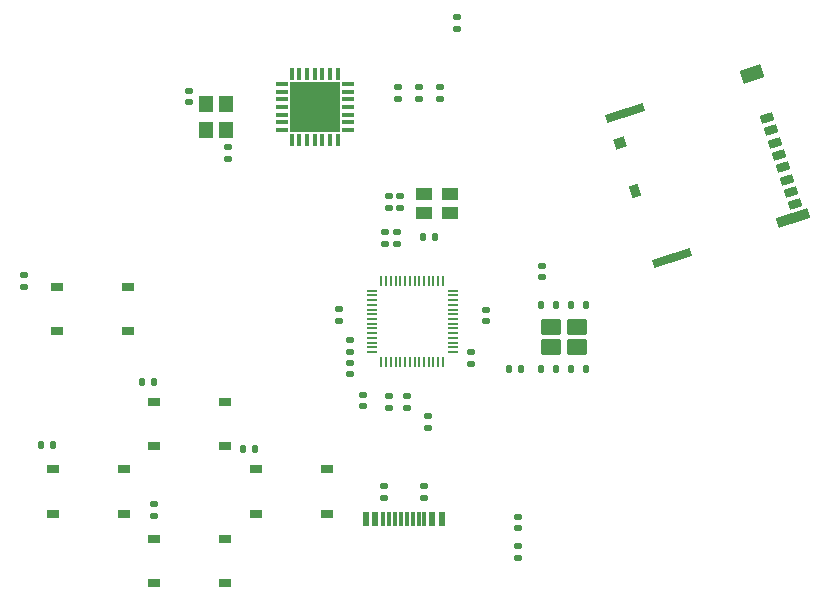
<source format=gbr>
%TF.GenerationSoftware,KiCad,Pcbnew,9.0.0*%
%TF.CreationDate,2025-05-31T20:06:25-04:00*%
%TF.ProjectId,status,73746174-7573-42e6-9b69-6361645f7063,rev?*%
%TF.SameCoordinates,Original*%
%TF.FileFunction,Paste,Top*%
%TF.FilePolarity,Positive*%
%FSLAX46Y46*%
G04 Gerber Fmt 4.6, Leading zero omitted, Abs format (unit mm)*
G04 Created by KiCad (PCBNEW 9.0.0) date 2025-05-31 20:06:25*
%MOMM*%
%LPD*%
G01*
G04 APERTURE LIST*
G04 Aperture macros list*
%AMRoundRect*
0 Rectangle with rounded corners*
0 $1 Rounding radius*
0 $2 $3 $4 $5 $6 $7 $8 $9 X,Y pos of 4 corners*
0 Add a 4 corners polygon primitive as box body*
4,1,4,$2,$3,$4,$5,$6,$7,$8,$9,$2,$3,0*
0 Add four circle primitives for the rounded corners*
1,1,$1+$1,$2,$3*
1,1,$1+$1,$4,$5*
1,1,$1+$1,$6,$7*
1,1,$1+$1,$8,$9*
0 Add four rect primitives between the rounded corners*
20,1,$1+$1,$2,$3,$4,$5,0*
20,1,$1+$1,$4,$5,$6,$7,0*
20,1,$1+$1,$6,$7,$8,$9,0*
20,1,$1+$1,$8,$9,$2,$3,0*%
%AMRotRect*
0 Rectangle, with rotation*
0 The origin of the aperture is its center*
0 $1 length*
0 $2 width*
0 $3 Rotation angle, in degrees counterclockwise*
0 Add horizontal line*
21,1,$1,$2,0,0,$3*%
G04 Aperture macros list end*
%ADD10C,0.000000*%
%ADD11RoundRect,0.250000X0.615000X-0.435000X0.615000X0.435000X-0.615000X0.435000X-0.615000X-0.435000X0*%
%ADD12RoundRect,0.125000X0.125000X-0.250000X0.125000X0.250000X-0.125000X0.250000X-0.125000X-0.250000X0*%
%ADD13RoundRect,0.140000X0.170000X-0.140000X0.170000X0.140000X-0.170000X0.140000X-0.170000X-0.140000X0*%
%ADD14RoundRect,0.135000X-0.185000X0.135000X-0.185000X-0.135000X0.185000X-0.135000X0.185000X0.135000X0*%
%ADD15RoundRect,0.135000X0.185000X-0.135000X0.185000X0.135000X-0.185000X0.135000X-0.185000X-0.135000X0*%
%ADD16RoundRect,0.135000X0.135000X0.185000X-0.135000X0.185000X-0.135000X-0.185000X0.135000X-0.185000X0*%
%ADD17RoundRect,0.140000X-0.170000X0.140000X-0.170000X-0.140000X0.170000X-0.140000X0.170000X0.140000X0*%
%ADD18RoundRect,0.147500X-0.172500X0.147500X-0.172500X-0.147500X0.172500X-0.147500X0.172500X0.147500X0*%
%ADD19RotRect,0.700000X1.100000X288.000000*%
%ADD20RotRect,0.900000X0.930000X288.000000*%
%ADD21RotRect,1.050000X0.780000X288.000000*%
%ADD22RotRect,1.140000X1.830000X288.000000*%
%ADD23RotRect,0.860000X2.800000X288.000000*%
%ADD24RotRect,0.700000X3.330000X288.000000*%
%ADD25R,1.000000X0.750000*%
%ADD26R,0.600000X1.160000*%
%ADD27R,0.300000X1.160000*%
%ADD28R,1.400000X1.100000*%
%ADD29R,1.016000X0.304800*%
%ADD30R,0.304800X1.016000*%
%ADD31R,4.191000X4.191000*%
%ADD32R,1.200000X1.400000*%
%ADD33RoundRect,0.050000X0.387500X0.050000X-0.387500X0.050000X-0.387500X-0.050000X0.387500X-0.050000X0*%
%ADD34RoundRect,0.050000X0.050000X0.387500X-0.050000X0.387500X-0.050000X-0.387500X0.050000X-0.387500X0*%
%ADD35RoundRect,0.140000X-0.140000X-0.170000X0.140000X-0.170000X0.140000X0.170000X-0.140000X0.170000X0*%
G04 APERTURE END LIST*
D10*
%TO.C,U1*%
G36*
X138081500Y-79365500D02*
G01*
X136884500Y-79365500D01*
X136884500Y-78168500D01*
X138081500Y-78168500D01*
X138081500Y-79365500D01*
G37*
G36*
X138081500Y-80762500D02*
G01*
X136884500Y-80762500D01*
X136884500Y-79565500D01*
X138081500Y-79565500D01*
X138081500Y-80762500D01*
G37*
G36*
X138081500Y-82159500D02*
G01*
X136884500Y-82159500D01*
X136884500Y-80962500D01*
X138081500Y-80962500D01*
X138081500Y-82159500D01*
G37*
G36*
X139478500Y-79365500D02*
G01*
X138281500Y-79365500D01*
X138281500Y-78168500D01*
X139478500Y-78168500D01*
X139478500Y-79365500D01*
G37*
G36*
X139478500Y-80762500D02*
G01*
X138281500Y-80762500D01*
X138281500Y-79565500D01*
X139478500Y-79565500D01*
X139478500Y-80762500D01*
G37*
G36*
X139478500Y-82159500D02*
G01*
X138281500Y-82159500D01*
X138281500Y-80962500D01*
X139478500Y-80962500D01*
X139478500Y-82159500D01*
G37*
G36*
X140875500Y-79365500D02*
G01*
X139678500Y-79365500D01*
X139678500Y-78168500D01*
X140875500Y-78168500D01*
X140875500Y-79365500D01*
G37*
G36*
X140875500Y-80762500D02*
G01*
X139678500Y-80762500D01*
X139678500Y-79565500D01*
X140875500Y-79565500D01*
X140875500Y-80762500D01*
G37*
G36*
X140875500Y-82159500D02*
G01*
X139678500Y-82159500D01*
X139678500Y-80962500D01*
X140875500Y-80962500D01*
X140875500Y-82159500D01*
G37*
%TD*%
D11*
%TO.C,U4*%
X158900449Y-100506000D03*
X161050449Y-100506000D03*
X158900449Y-98806000D03*
X161050449Y-98806000D03*
D12*
X158070449Y-102356000D03*
X159340449Y-102356000D03*
X160610449Y-102356000D03*
X161880449Y-102356000D03*
X161880449Y-96956000D03*
X160610449Y-96956000D03*
X159340449Y-96956000D03*
X158070449Y-96956000D03*
%TD*%
D13*
%TO.C,C15*%
X153339800Y-98295400D03*
X153339800Y-97335400D03*
%TD*%
%TO.C,C7*%
X152146000Y-101876800D03*
X152146000Y-100916800D03*
%TD*%
D14*
%TO.C,R13*%
X145923000Y-78486000D03*
X145923000Y-79506000D03*
%TD*%
D15*
%TO.C,R8*%
X125300000Y-114810000D03*
X125300000Y-113790000D03*
%TD*%
D16*
%TO.C,R7*%
X116710000Y-108800000D03*
X115690000Y-108800000D03*
%TD*%
D17*
%TO.C,C5*%
X147713700Y-78496000D03*
X147713700Y-79456000D03*
%TD*%
D13*
%TO.C,C12*%
X141846600Y-102775600D03*
X141846600Y-101815600D03*
%TD*%
D17*
%TO.C,C10*%
X144805400Y-90756800D03*
X144805400Y-91716800D03*
%TD*%
D15*
%TO.C,R3*%
X146125000Y-88710000D03*
X146125000Y-87690000D03*
%TD*%
D13*
%TO.C,C22*%
X131500000Y-84530000D03*
X131500000Y-83570000D03*
%TD*%
D18*
%TO.C,D1*%
X156100000Y-114840000D03*
X156100000Y-115810000D03*
%TD*%
D13*
%TO.C,C9*%
X142925800Y-105458200D03*
X142925800Y-104498200D03*
%TD*%
D17*
%TO.C,C14*%
X141833600Y-99900800D03*
X141833600Y-100860800D03*
%TD*%
D19*
%TO.C,J4*%
X177139232Y-81073265D03*
X177479151Y-82119427D03*
X177819070Y-83165589D03*
X178158989Y-84211751D03*
X178498907Y-85257914D03*
X178838826Y-86304076D03*
X179178745Y-87350238D03*
X179518663Y-88396400D03*
D20*
X164731173Y-83222772D03*
D21*
X165977801Y-87302203D03*
D22*
X175925981Y-77387801D03*
D23*
X179376872Y-89578050D03*
D24*
X165158611Y-80655010D03*
X169163471Y-92980702D03*
%TD*%
D14*
%TO.C,R14*%
X156100000Y-117340000D03*
X156100000Y-118360000D03*
%TD*%
D15*
%TO.C,R15*%
X114225000Y-95395000D03*
X114225000Y-94375000D03*
%TD*%
D16*
%TO.C,R9*%
X133810000Y-109100000D03*
X132790000Y-109100000D03*
%TD*%
D25*
%TO.C,S7*%
X116700000Y-110825000D03*
X122700000Y-110825000D03*
X116700000Y-114575000D03*
X122700000Y-114575000D03*
%TD*%
D26*
%TO.C,J6*%
X143220000Y-115030000D03*
X144020000Y-115030000D03*
D27*
X145170000Y-115030000D03*
X146170000Y-115030000D03*
X146670000Y-115030000D03*
X147670000Y-115030000D03*
D26*
X148820000Y-115030000D03*
X149620000Y-115030000D03*
X149620000Y-115030000D03*
X148820000Y-115030000D03*
D27*
X148170000Y-115030000D03*
X147170000Y-115030000D03*
X145670000Y-115030000D03*
X144670000Y-115030000D03*
D26*
X144020000Y-115030000D03*
X143220000Y-115030000D03*
%TD*%
D28*
%TO.C,X1*%
X148150400Y-89133701D03*
X150350400Y-89133701D03*
X150350400Y-87533699D03*
X148150400Y-87533699D03*
%TD*%
D17*
%TO.C,C4*%
X149504400Y-78496000D03*
X149504400Y-79456000D03*
%TD*%
D14*
%TO.C,R5*%
X145150000Y-104646000D03*
X145150000Y-105666000D03*
%TD*%
D17*
%TO.C,C18*%
X145150000Y-87720000D03*
X145150000Y-88680000D03*
%TD*%
%TO.C,C6*%
X128250000Y-78795000D03*
X128250000Y-79755000D03*
%TD*%
D25*
%TO.C,S9*%
X125300000Y-116725000D03*
X131300000Y-116725000D03*
X125300000Y-120475000D03*
X131300000Y-120475000D03*
%TD*%
D17*
%TO.C,C17*%
X158115000Y-93627000D03*
X158115000Y-94587000D03*
%TD*%
D29*
%TO.C,U1*%
X141674000Y-82114001D03*
X141674000Y-81464000D03*
X141674000Y-80813999D03*
X141674000Y-80164000D03*
X141674000Y-79514001D03*
X141674000Y-78864000D03*
X141674000Y-78214001D03*
D30*
X140830001Y-77370000D03*
X140180000Y-77370000D03*
X139530001Y-77370000D03*
X138880000Y-77370000D03*
X138230001Y-77370000D03*
X137580000Y-77370000D03*
X136930001Y-77370000D03*
D29*
X136086000Y-78213999D03*
X136086000Y-78864000D03*
X136086000Y-79513999D03*
X136086000Y-80164000D03*
X136086000Y-80813999D03*
X136086000Y-81464000D03*
X136086000Y-82113999D03*
D30*
X136929999Y-82958000D03*
X137580000Y-82958000D03*
X138229999Y-82958000D03*
X138880000Y-82958000D03*
X139529999Y-82958000D03*
X140180000Y-82958000D03*
X140829999Y-82958000D03*
D31*
X138880000Y-80164000D03*
%TD*%
D32*
%TO.C,Y1*%
X131400000Y-82075000D03*
X131400000Y-79875000D03*
X129700000Y-79875000D03*
X129700000Y-82075000D03*
%TD*%
D17*
%TO.C,C20*%
X145821400Y-90756800D03*
X145821400Y-91716800D03*
%TD*%
D14*
%TO.C,R4*%
X146685000Y-104646000D03*
X146685000Y-105666000D03*
%TD*%
D25*
%TO.C,S11*%
X117075000Y-95375000D03*
X123075000Y-95375000D03*
X117075000Y-99125000D03*
X123075000Y-99125000D03*
%TD*%
D33*
%TO.C,U2*%
X150567500Y-100902500D03*
X150567500Y-100502500D03*
X150567500Y-100102500D03*
X150567500Y-99702500D03*
X150567500Y-99302500D03*
X150567500Y-98902500D03*
X150567500Y-98502500D03*
X150567500Y-98102500D03*
X150567500Y-97702500D03*
X150567500Y-97302500D03*
X150567500Y-96902500D03*
X150567500Y-96502500D03*
X150567500Y-96102500D03*
X150567500Y-95702500D03*
D34*
X149730000Y-94865000D03*
X149330000Y-94865000D03*
X148930000Y-94865000D03*
X148530000Y-94865000D03*
X148130000Y-94865000D03*
X147730000Y-94865000D03*
X147330000Y-94865000D03*
X146930000Y-94865000D03*
X146530000Y-94865000D03*
X146130000Y-94865000D03*
X145730000Y-94865000D03*
X145330000Y-94865000D03*
X144930000Y-94865000D03*
X144530000Y-94865000D03*
D33*
X143692500Y-95702500D03*
X143692500Y-96102500D03*
X143692500Y-96502500D03*
X143692500Y-96902500D03*
X143692500Y-97302500D03*
X143692500Y-97702500D03*
X143692500Y-98102500D03*
X143692500Y-98502500D03*
X143692500Y-98902500D03*
X143692500Y-99302500D03*
X143692500Y-99702500D03*
X143692500Y-100102500D03*
X143692500Y-100502500D03*
X143692500Y-100902500D03*
D34*
X144530000Y-101740000D03*
X144930000Y-101740000D03*
X145330000Y-101740000D03*
X145730000Y-101740000D03*
X146130000Y-101740000D03*
X146530000Y-101740000D03*
X146930000Y-101740000D03*
X147330000Y-101740000D03*
X147730000Y-101740000D03*
X148130000Y-101740000D03*
X148530000Y-101740000D03*
X148930000Y-101740000D03*
X149330000Y-101740000D03*
X149730000Y-101740000D03*
%TD*%
D16*
%TO.C,R10*%
X125310000Y-103400000D03*
X124290000Y-103400000D03*
%TD*%
D14*
%TO.C,R11*%
X144780000Y-112266000D03*
X144780000Y-113286000D03*
%TD*%
D16*
%TO.C,R6*%
X156339000Y-102362000D03*
X155319000Y-102362000D03*
%TD*%
D14*
%TO.C,R12*%
X148160000Y-112266000D03*
X148160000Y-113286000D03*
%TD*%
D35*
%TO.C,C23*%
X148084600Y-91160600D03*
X149044600Y-91160600D03*
%TD*%
D25*
%TO.C,S8*%
X125300000Y-105125000D03*
X131300000Y-105125000D03*
X125300000Y-108875000D03*
X131300000Y-108875000D03*
%TD*%
D13*
%TO.C,C8*%
X148488400Y-107312400D03*
X148488400Y-106352400D03*
%TD*%
%TO.C,C16*%
X140919200Y-98244600D03*
X140919200Y-97284600D03*
%TD*%
D25*
%TO.C,S10*%
X133900000Y-110825000D03*
X139900000Y-110825000D03*
X133900000Y-114575000D03*
X139900000Y-114575000D03*
%TD*%
D13*
%TO.C,C3*%
X150926800Y-73530400D03*
X150926800Y-72570400D03*
%TD*%
M02*

</source>
